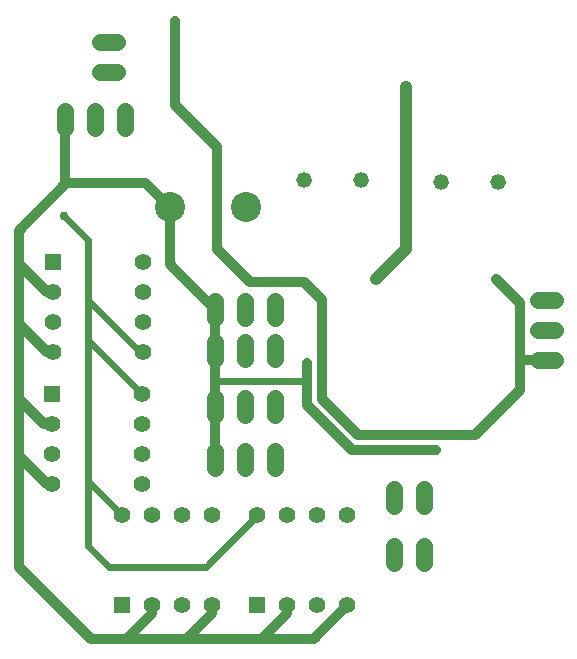
<source format=gbr>
G04 EAGLE Gerber X2 export*
%TF.Part,Single*%
%TF.FileFunction,Copper,L2,Bot,Mixed*%
%TF.FilePolarity,Positive*%
%TF.GenerationSoftware,Autodesk,EAGLE,9.0.0*%
%TF.CreationDate,2019-06-24T11:27:18Z*%
G75*
%MOMM*%
%FSLAX34Y34*%
%LPD*%
%AMOC8*
5,1,8,0,0,1.08239X$1,22.5*%
G01*
%ADD10C,1.422400*%
%ADD11C,1.320800*%
%ADD12C,2.540000*%
%ADD13R,1.397000X1.397000*%
%ADD14C,1.397000*%
%ADD15C,0.806400*%
%ADD16C,0.812800*%
%ADD17C,0.756400*%
%ADD18C,0.609600*%
%ADD19C,1.016000*%


D10*
X765048Y444500D02*
X779272Y444500D01*
X779272Y419100D02*
X765048Y419100D01*
X765048Y393700D02*
X779272Y393700D01*
D11*
X566420Y546100D03*
X614680Y546100D03*
X731250Y544380D03*
X682990Y544380D03*
D12*
X453060Y522760D03*
X518060Y522760D03*
D13*
X354120Y476060D03*
D14*
X354120Y450660D03*
X354120Y425260D03*
X354120Y399860D03*
X430320Y399860D03*
X430320Y425260D03*
X430320Y450660D03*
X430320Y476060D03*
D13*
X353340Y364300D03*
D14*
X353340Y338900D03*
X353340Y313500D03*
X353340Y288100D03*
X429540Y288100D03*
X429540Y313500D03*
X429540Y338900D03*
X429540Y364300D03*
D13*
X412940Y185620D03*
D14*
X438340Y185620D03*
X463740Y185620D03*
X489140Y185620D03*
X489140Y261820D03*
X463740Y261820D03*
X438340Y261820D03*
X412940Y261820D03*
D13*
X527240Y185540D03*
D14*
X552640Y185540D03*
X578040Y185540D03*
X603440Y185540D03*
X603440Y261740D03*
X578040Y261740D03*
X552640Y261740D03*
X527240Y261740D03*
D10*
X542640Y428908D02*
X542640Y443132D01*
X517240Y443132D02*
X517240Y428908D01*
X491840Y428908D02*
X491840Y443132D01*
X542640Y408332D02*
X542640Y394108D01*
X517240Y394108D02*
X517240Y408332D01*
X491840Y408332D02*
X491840Y394108D01*
X542640Y360832D02*
X542640Y346608D01*
X517240Y346608D02*
X517240Y360832D01*
X491840Y360832D02*
X491840Y346608D01*
X542640Y315872D02*
X542640Y301648D01*
X517240Y301648D02*
X517240Y315872D01*
X491840Y315872D02*
X491840Y301648D01*
X415640Y589928D02*
X415640Y604152D01*
X390240Y604152D02*
X390240Y589928D01*
X364840Y589928D02*
X364840Y604152D01*
X394208Y637540D02*
X408432Y637540D01*
X408432Y662940D02*
X394208Y662940D01*
X642620Y283972D02*
X642620Y269748D01*
X668020Y269748D02*
X668020Y283972D01*
X668020Y235712D02*
X668020Y221488D01*
X642620Y221488D02*
X642620Y235712D01*
D15*
X457200Y680720D03*
D16*
X457200Y609600D01*
X492760Y574040D01*
D17*
X492760Y574040D03*
D16*
X492760Y487680D01*
X520700Y459740D02*
X566420Y459740D01*
X581660Y444500D01*
X581660Y381000D01*
X520700Y459740D02*
X492760Y487680D01*
D17*
X581660Y381000D03*
D16*
X581660Y360680D02*
X612140Y330200D01*
X688340Y330200D01*
X711200Y330200D01*
X749300Y368300D01*
X749300Y441960D02*
X728980Y462280D01*
X581660Y381000D02*
X581660Y360680D01*
D17*
X688340Y330200D03*
X728980Y462280D03*
D16*
X749300Y393700D02*
X749300Y368300D01*
X749300Y393700D02*
X749300Y441960D01*
X749300Y393700D02*
X772160Y393700D01*
X325120Y474980D02*
X325120Y502920D01*
X325120Y474980D02*
X325120Y424180D01*
X325120Y360680D01*
X325120Y312420D01*
X325120Y218440D01*
X386080Y157480D01*
X416560Y157480D01*
X467360Y157480D01*
X530860Y157480D01*
X575380Y157480D01*
X453060Y522760D02*
X432260Y543560D01*
X365760Y543560D02*
X364840Y542640D01*
X325120Y502920D01*
X365760Y543560D02*
X432260Y543560D01*
X364840Y542640D02*
X364840Y597040D01*
X603440Y185540D02*
X575380Y157480D01*
X354120Y450660D02*
X349440Y450660D01*
X325120Y474980D01*
X349440Y399860D02*
X354120Y399860D01*
X349440Y399860D02*
X325120Y424180D01*
X346900Y338900D02*
X353340Y338900D01*
X346900Y338900D02*
X325120Y360680D01*
X349440Y288100D02*
X353340Y288100D01*
X349440Y288100D02*
X325120Y312420D01*
X438340Y185620D02*
X438340Y179260D01*
X416560Y157480D01*
X489140Y179260D02*
X489140Y185620D01*
X489140Y179260D02*
X467360Y157480D01*
X552640Y179260D02*
X552640Y185540D01*
X552640Y179260D02*
X530860Y157480D01*
D17*
X678180Y317500D03*
D16*
X607060Y317500D01*
X568960Y355600D01*
X568960Y375920D01*
D17*
X568960Y391160D03*
D16*
X568960Y375920D01*
X491840Y436020D02*
X453060Y474800D01*
X453060Y522760D01*
X491840Y436020D02*
X491840Y401220D01*
X491840Y375920D01*
X491840Y353720D01*
X491840Y308760D01*
D18*
X491840Y375920D02*
X568960Y375920D01*
D15*
X652780Y624840D03*
D19*
X652780Y487680D01*
X627380Y462280D01*
D15*
X627380Y462280D03*
D18*
X527240Y261740D02*
X483940Y218440D01*
X401320Y218440D02*
X383540Y236220D01*
X383540Y291220D01*
X383540Y410300D01*
X383540Y444500D01*
X401320Y218440D02*
X483940Y218440D01*
X430320Y399860D02*
X428180Y399860D01*
X383540Y444500D01*
X383540Y410300D02*
X429540Y364300D01*
X383540Y291220D02*
X412940Y261820D01*
X383540Y495300D02*
X363220Y515620D01*
X383540Y495300D02*
X383540Y444500D01*
D17*
X363220Y515620D03*
M02*

</source>
